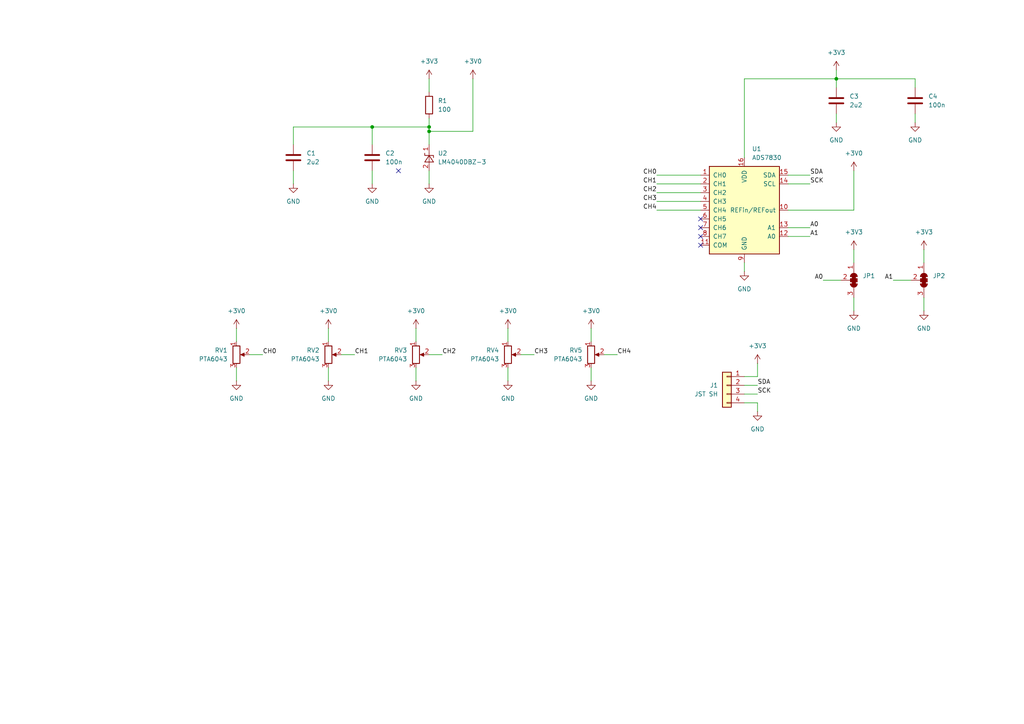
<source format=kicad_sch>
(kicad_sch (version 20231120) (generator "eeschema") (generator_version "8.0")
  (paper "A4")
  (lib_symbols
    (symbol "Analog_DAC:ADS7830" (pin_names (offset 1.016))
      (property "Reference" "U" (at -10.16 13.716 0))
      (property "Value" "ADS7830" (at 1.778 13.716 0))
      (symbol "ADS7830_0_1"
        (rectangle (start -10.16 12.7) (end 10.16 -12.7) (stroke (width 0.254)) (fill (type background)))
      )
      (symbol "ADS7830_1_1"
        (pin input line (at -12.7 10.16 0) (length 2.54) (name "CH0") (number "1"))
        (pin bidirectional line (at 12.7 0 180) (length 2.54) (name "REFin/REFout") (number "10"))
        (pin input line (at -12.7 -10.16 0) (length 2.54) (name "COM") (number "11"))
        (pin input line (at 12.7 -7.62 180) (length 2.54) (name "A0") (number "12"))
        (pin input line (at 12.7 -5.08 180) (length 2.54) (name "A1") (number "13"))
        (pin input line (at 12.7 7.62 180) (length 2.54) (name "SCL") (number "14"))
        (pin bidirectional line (at 12.7 10.16 180) (length 2.54) (name "SDA") (number "15"))
        (pin power_in line (at 0 15.24 270) (length 2.54) (name "VDD") (number "16"))
        (pin input line (at -12.7 7.62 0) (length 2.54) (name "CH1") (number "2"))
        (pin input line (at -12.7 5.08 0) (length 2.54) (name "CH2") (number "3"))
        (pin input line (at -12.7 2.54 0) (length 2.54) (name "CH3") (number "4"))
        (pin input line (at -12.7 0 0) (length 2.54) (name "CH4") (number "5"))
        (pin input line (at -12.7 -2.54 0) (length 2.54) (name "CH5") (number "6"))
        (pin input line (at -12.7 -5.08 0) (length 2.54) (name "CH6") (number "7"))
        (pin input line (at -12.7 -7.62 0) (length 2.54) (name "CH7") (number "8"))
        (pin power_in line (at 0 -15.24 90) (length 2.54) (name "GND") (number "9"))
      )
    )
    (symbol "Connector_Generic:Conn_01x04" (pin_names (offset 1.016) hide)
      (property "Reference" "J" (at 0 5.08 0))
      (property "Value" "Conn_01x04" (at 0 -7.62 0))
      (symbol "Conn_01x04_1_1"
        (rectangle (start -1.27 -4.953) (end 0 -5.207) (stroke (width 0.1524)))
        (rectangle (start -1.27 -2.413) (end 0 -2.667) (stroke (width 0.1524)))
        (rectangle (start -1.27 0.127) (end 0 -0.127) (stroke (width 0.1524)))
        (rectangle (start -1.27 2.667) (end 0 2.413) (stroke (width 0.1524)))
        (rectangle (start -1.27 3.81) (end 1.27 -6.35) (stroke (width 0.254)) (fill (type background)))
        (pin passive line (at -5.08 2.54 0) (length 3.81) (name "Pin_1") (number "1"))
        (pin passive line (at -5.08 0 0) (length 3.81) (name "Pin_2") (number "2"))
        (pin passive line (at -5.08 -2.54 0) (length 3.81) (name "Pin_3") (number "3"))
        (pin passive line (at -5.08 -5.08 0) (length 3.81) (name "Pin_4") (number "4"))
      )
    )
    (symbol "Device:C" (pin_numbers hide) (pin_names (offset 0.254))
      (property "Reference" "C" (at 0.635 2.54 0))
      (property "Value" "C" (at 0.635 -2.54 0))
      (symbol "C_0_1"
        (polyline (pts (xy -2.032 -0.762) (xy 2.032 -0.762)) (stroke (width 0.508)))
        (polyline (pts (xy -2.032 0.762) (xy 2.032 0.762)) (stroke (width 0.508)))
      )
      (symbol "C_1_1"
        (pin passive line (at 0 3.81 270) (length 2.794) (name "~") (number "1"))
        (pin passive line (at 0 -3.81 90) (length 2.794) (name "~") (number "2"))
      )
    )
    (symbol "Device:R" (pin_numbers hide) (pin_names (offset 0))
      (property "Reference" "R" (at 2.032 0 90))
      (property "Value" "R" (at 0 0 90))
      (symbol "R_0_1"
        (rectangle (start -1.016 -2.54) (end 1.016 2.54) (stroke (width 0.254)))
      )
      (symbol "R_1_1"
        (pin passive line (at 0 3.81 270) (length 1.27) (name "~") (number "1"))
        (pin passive line (at 0 -3.81 90) (length 1.27) (name "~") (number "2"))
      )
    )
    (symbol "Device:R_Potentiometer" (pin_names (offset 1.016) hide)
      (property "Reference" "RV" (at -4.445 0 90))
      (property "Value" "R_Potentiometer" (at -2.54 0 90))
      (symbol "R_Potentiometer_0_1"
        (polyline (pts (xy 2.54 0) (xy 1.524 0)))
        (polyline (pts (xy 1.143 0) (xy 2.286 0.508) (xy 2.286 -0.508) (xy 1.143 0)) (fill (type outline)))
        (rectangle (start 1.016 2.54) (end -1.016 -2.54) (stroke (width 0.254)))
      )
      (symbol "R_Potentiometer_1_1"
        (pin passive line (at 0 3.81 270) (length 1.27) (name "1") (number "1"))
        (pin passive line (at 3.81 0 180) (length 1.27) (name "2") (number "2"))
        (pin passive line (at 0 -3.81 90) (length 1.27) (name "3") (number "3"))
      )
    )
    (symbol "Jumper:SolderJumper_3_Bridged123" (pin_names (offset 0) hide)
      (property "Reference" "JP" (at -2.54 -2.54 0))
      (property "Value" "SolderJumper_3_Bridged123" (at 0 2.794 0))
      (symbol "SolderJumper_3_Bridged123_0_1"
        (rectangle (start -1.016 0.508) (end -0.508 -0.508) (fill (type outline)))
        (arc (start -1.016 1.016) (mid -2.0276 0) (end -1.016 -1.016))
        (arc (start -1.016 1.016) (mid -2.0276 0) (end -1.016 -1.016) (fill (type outline)))
        (rectangle (start -0.508 1.016) (end 0.508 -1.016) (fill (type outline)))
        (polyline (pts (xy -2.54 0) (xy -2.032 0)))
        (polyline (pts (xy -1.016 1.016) (xy -1.016 -1.016)))
        (polyline (pts (xy 0 -1.27) (xy 0 -1.016)))
        (polyline (pts (xy 1.016 1.016) (xy 1.016 -1.016)))
        (polyline (pts (xy 2.54 0) (xy 2.032 0)))
        (rectangle (start 0.508 0.508) (end 1.016 -0.508) (fill (type outline)))
        (arc (start 1.016 -1.016) (mid 2.0276 0) (end 1.016 1.016))
        (arc (start 1.016 -1.016) (mid 2.0276 0) (end 1.016 1.016) (fill (type outline)))
      )
      (symbol "SolderJumper_3_Bridged123_1_1"
        (pin passive line (at -5.08 0 0) (length 2.54) (name "A") (number "1"))
        (pin passive line (at 0 -3.81 90) (length 2.54) (name "C") (number "2"))
        (pin passive line (at 5.08 0 180) (length 2.54) (name "B") (number "3"))
      )
    )
    (symbol "Reference_Voltage:LM4040DBZ-3" (pin_names (offset 0.0254) hide)
      (property "Reference" "U" (at 0 2.54 0))
      (property "Value" "LM4040DBZ-3" (at 0 -3.175 0))
      (symbol "LM4040DBZ-3_0_1"
        (polyline (pts (xy -1.27 0) (xy 0 0) (xy 1.27 0)))
        (polyline (pts (xy -1.27 -1.27) (xy 0.635 0) (xy -1.27 1.27) (xy -1.27 -1.27)) (stroke (width 0.2032)))
        (polyline (pts (xy 0 -1.27) (xy 0.635 -1.27) (xy 0.635 1.27) (xy 1.27 1.27)) (stroke (width 0.2032)))
      )
      (symbol "LM4040DBZ-3_1_1"
        (pin passive line (at 3.81 0 180) (length 2.54) (name "K") (number "1"))
        (pin passive line (at -3.81 0 0) (length 2.54) (name "A") (number "2"))
        (pin no_connect line (at -1.27 0 0) (length 2.54) hide (name "NC") (number "3"))
      )
    )
    (symbol "power:+3V0" (power) (pin_numbers hide) (pin_names (offset 0) hide)
      (property "Value" "+3V0" (at 0 3.556 0))
      (symbol "+3V0_0_1"
        (polyline (pts (xy -0.762 1.27) (xy 0 2.54)))
        (polyline (pts (xy 0 0) (xy 0 2.54)))
        (polyline (pts (xy 0 2.54) (xy 0.762 1.27)))
      )
      (symbol "+3V0_1_1"
        (pin power_in line (at 0 0 90) (length 0) (name "~") (number "1"))
      )
    )
    (symbol "power:+3V3" (power) (pin_numbers hide) (pin_names (offset 0) hide)
      (property "Value" "+3V3" (at 0 3.556 0))
      (symbol "+3V3_0_1"
        (polyline (pts (xy -0.762 1.27) (xy 0 2.54)))
        (polyline (pts (xy 0 0) (xy 0 2.54)))
        (polyline (pts (xy 0 2.54) (xy 0.762 1.27)))
      )
      (symbol "+3V3_1_1"
        (pin power_in line (at 0 0 90) (length 0) (name "~") (number "1"))
      )
    )
    (symbol "power:GND" (power) (pin_numbers hide) (pin_names (offset 0) hide)
      (property "Value" "GND" (at 0 -3.81 0))
      (symbol "GND_0_1"
        (polyline (pts (xy 0 0) (xy 0 -1.27) (xy 1.27 -1.27) (xy 0 -2.54) (xy -1.27 -1.27) (xy 0 -1.27)))
      )
      (symbol "GND_1_1"
        (pin power_in line (at 0 0 270) (length 0) (name "~") (number "1"))
      )
    )
  )
  (junction (at 242.57 22.86))
  (junction (at 124.46 36.83))
  (junction (at 107.95 36.83))
  (junction (at 124.46 38.1))
  (no_connect (at 203.2 66.04))
  (no_connect (at 203.2 68.58))
  (no_connect (at 115.57 49.53))
  (no_connect (at 203.2 63.5))
  (no_connect (at 203.2 71.12))
  (wire (pts (xy 95.25 110.49) (xy 95.25 106.68)))
  (wire (pts (xy 247.65 60.96) (xy 247.65 49.53)))
  (wire (pts (xy 171.45 110.49) (xy 171.45 106.68)))
  (wire (pts (xy 151.13 102.87) (xy 154.94 102.87)))
  (wire (pts (xy 124.46 49.53) (xy 124.46 53.34)))
  (wire (pts (xy 242.57 20.32) (xy 242.57 22.86)))
  (wire (pts (xy 107.95 36.83) (xy 107.95 41.91)))
  (wire (pts (xy 68.58 95.25) (xy 68.58 99.06)))
  (wire (pts (xy 107.95 36.83) (xy 124.46 36.83)))
  (wire (pts (xy 124.46 102.87) (xy 128.27 102.87)))
  (wire (pts (xy 120.65 110.49) (xy 120.65 106.68)))
  (wire (pts (xy 124.46 22.86) (xy 124.46 26.67)))
  (wire (pts (xy 190.5 58.42) (xy 203.2 58.42)))
  (wire (pts (xy 228.6 53.34) (xy 234.95 53.34)))
  (wire (pts (xy 124.46 38.1) (xy 124.46 41.91)))
  (wire (pts (xy 228.6 68.58) (xy 234.95 68.58)))
  (wire (pts (xy 267.97 72.39) (xy 267.97 76.2)))
  (wire (pts (xy 259.08 81.28) (xy 264.16 81.28)))
  (wire (pts (xy 190.5 55.88) (xy 203.2 55.88)))
  (wire (pts (xy 85.09 36.83) (xy 107.95 36.83)))
  (wire (pts (xy 219.71 119.38) (xy 219.71 116.84)))
  (wire (pts (xy 215.9 76.2) (xy 215.9 78.74)))
  (wire (pts (xy 190.5 50.8) (xy 203.2 50.8)))
  (wire (pts (xy 124.46 36.83) (xy 124.46 34.29)))
  (wire (pts (xy 267.97 86.36) (xy 267.97 90.17)))
  (wire (pts (xy 107.95 49.53) (xy 107.95 53.34)))
  (wire (pts (xy 124.46 38.1) (xy 137.16 38.1)))
  (wire (pts (xy 85.09 41.91) (xy 85.09 36.83)))
  (wire (pts (xy 228.6 50.8) (xy 234.95 50.8)))
  (wire (pts (xy 72.39 102.87) (xy 76.2 102.87)))
  (wire (pts (xy 68.58 110.49) (xy 68.58 106.68)))
  (wire (pts (xy 95.25 95.25) (xy 95.25 99.06)))
  (wire (pts (xy 242.57 22.86) (xy 265.43 22.86)))
  (wire (pts (xy 247.65 86.36) (xy 247.65 90.17)))
  (wire (pts (xy 137.16 38.1) (xy 137.16 22.86)))
  (wire (pts (xy 265.43 22.86) (xy 265.43 25.4)))
  (wire (pts (xy 99.06 102.87) (xy 102.87 102.87)))
  (wire (pts (xy 238.76 81.28) (xy 243.84 81.28)))
  (wire (pts (xy 124.46 36.83) (xy 124.46 38.1)))
  (wire (pts (xy 215.9 45.72) (xy 215.9 22.86)))
  (wire (pts (xy 215.9 111.76) (xy 219.71 111.76)))
  (wire (pts (xy 228.6 66.04) (xy 234.95 66.04)))
  (wire (pts (xy 147.32 95.25) (xy 147.32 99.06)))
  (wire (pts (xy 120.65 95.25) (xy 120.65 99.06)))
  (wire (pts (xy 247.65 72.39) (xy 247.65 76.2)))
  (wire (pts (xy 175.26 102.87) (xy 179.07 102.87)))
  (wire (pts (xy 147.32 110.49) (xy 147.32 106.68)))
  (wire (pts (xy 85.09 49.53) (xy 85.09 53.34)))
  (wire (pts (xy 242.57 22.86) (xy 242.57 25.4)))
  (wire (pts (xy 228.6 60.96) (xy 247.65 60.96)))
  (wire (pts (xy 219.71 116.84) (xy 215.9 116.84)))
  (wire (pts (xy 242.57 33.02) (xy 242.57 35.56)))
  (wire (pts (xy 265.43 33.02) (xy 265.43 35.56)))
  (wire (pts (xy 190.5 53.34) (xy 203.2 53.34)))
  (wire (pts (xy 215.9 22.86) (xy 242.57 22.86)))
  (wire (pts (xy 215.9 114.3) (xy 219.71 114.3)))
  (wire (pts (xy 190.5 60.96) (xy 203.2 60.96)))
  (wire (pts (xy 219.71 109.22) (xy 219.71 105.41)))
  (wire (pts (xy 215.9 109.22) (xy 219.71 109.22)))
  (wire (pts (xy 171.45 95.25) (xy 171.45 99.06)))
  (label "CH2" (at 128.27 102.87 0))
  (label "CH1" (at 102.87 102.87 0))
  (label "A1" (at 259.08 81.28 180))
  (label "A0" (at 238.76 81.28 180))
  (label "SCK" (at 234.95 53.34 0))
  (label "SDA" (at 219.71 111.76 0))
  (label "CH3" (at 190.5 58.42 180))
  (label "CH3" (at 154.94 102.87 0))
  (label "CH0" (at 76.2 102.87 0))
  (label "CH4" (at 190.5 60.96 180))
  (label "CH4" (at 179.07 102.87 0))
  (label "SCK" (at 219.71 114.3 0))
  (label "A1" (at 234.95 68.58 0))
  (label "SDA" (at 234.95 50.8 0))
  (label "CH1" (at 190.5 53.34 180))
  (label "A0" (at 234.95 66.04 0))
  (label "CH0" (at 190.5 50.8 180))
  (label "CH2" (at 190.5 55.88 180))
  (symbol (lib_id "power:GND") (at 215.9 78.74 0) (unit 1)
    (property "Reference" "#PWR04" (effects (hide yes)))
    (property "Value" "GND" (at 215.9 83.82 0))
    (property "Description" "Power symbol creates a global label with name \"GND\" , ground" (effects (hide yes)))
  )
  (symbol (lib_id "power:GND") (at 147.32 110.49 0) (unit 1)
    (property "Reference" "#PWR018" (effects (hide yes)))
    (property "Value" "GND" (at 147.32 115.57 0))
    (property "Description" "Power symbol creates a global label with name \"GND\" , ground" (effects (hide yes)))
  )
  (symbol (lib_id "Device:C") (at 85.09 45.72 0) (unit 1)
    (property "Reference" "C1" (at 88.9 44.4499 0) (effects (justify left)))
    (property "Value" "2u2" (at 88.9 46.9899 0) (effects (justify left)))
    (property "Footprint" "Capacitor_SMD:C_0805_2012Metric" (effects (hide yes)))
    (property "Description" "Unpolarized capacitor" (effects (hide yes)))
  )
  (symbol (lib_id "power:+3V0") (at 68.58 95.25 0) (unit 1)
    (property "Reference" "#PWR011" (effects (hide yes)))
    (property "Value" "+3V0" (at 68.58 90.17 0))
    (property "Description" "Power symbol creates a global label with name \"+3V0\"" (effects (hide yes)))
  )
  (symbol (lib_id "Device:C") (at 242.57 29.21 0) (unit 1)
    (property "Reference" "C3" (at 246.38 27.9399 0) (effects (justify left)))
    (property "Value" "2u2" (at 246.38 30.4799 0) (effects (justify left)))
    (property "Footprint" "Capacitor_SMD:C_0805_2012Metric" (effects (hide yes)))
    (property "Description" "Unpolarized capacitor" (effects (hide yes)))
  )
  (symbol (lib_id "power:GND") (at 120.65 110.49 0) (unit 1)
    (property "Reference" "#PWR016" (effects (hide yes)))
    (property "Value" "GND" (at 120.65 115.57 0))
    (property "Description" "Power symbol creates a global label with name \"GND\" , ground" (effects (hide yes)))
  )
  (symbol (lib_id "power:GND") (at 107.95 53.34 0) (unit 1)
    (property "Reference" "#PWR07" (effects (hide yes)))
    (property "Value" "GND" (at 107.95 58.42 0))
    (property "Description" "Power symbol creates a global label with name \"GND\" , ground" (effects (hide yes)))
  )
  (symbol (lib_id "Device:R") (at 124.46 30.48 0) (unit 1)
    (property "Reference" "R1" (at 127 29.2099 0) (effects (justify left)))
    (property "Value" "100" (at 127 31.7499 0) (effects (justify left)))
    (property "Footprint" "Resistor_SMD:R_0603_1608Metric" (effects (hide yes)))
    (property "Description" "Resistor" (effects (hide yes)))
  )
  (symbol (lib_id "Device:R_Potentiometer") (at 120.65 102.87 0) (unit 1)
    (property "Reference" "RV3" (at 118.11 101.5999 0) (effects (justify right)))
    (property "Value" "PTA6043" (at 118.11 104.1399 0) (effects (justify right)))
    (property "Footprint" "woodpecker:Potentiometer_Bourns_PTA6043_Single_Slide" (effects (hide yes)))
    (property "Description" "Potentiometer" (effects (hide yes)))
    (property "MPN" "PTA6043-2010CIB103" (effects (hide yes)))
  )
  (symbol (lib_id "Device:R_Potentiometer") (at 147.32 102.87 0) (unit 1)
    (property "Reference" "RV4" (at 144.78 101.5999 0) (effects (justify right)))
    (property "Value" "PTA6043" (at 144.78 104.1399 0) (effects (justify right)))
    (property "Footprint" "woodpecker:Potentiometer_Bourns_PTA6043_Single_Slide" (effects (hide yes)))
    (property "Description" "Potentiometer" (effects (hide yes)))
    (property "MPN" "PTA6043-2010CIB103" (effects (hide yes)))
  )
  (symbol (lib_id "power:GND") (at 265.43 35.56 0) (unit 1)
    (property "Reference" "#PWR03" (effects (hide yes)))
    (property "Value" "GND" (at 265.43 40.64 0))
    (property "Description" "Power symbol creates a global label with name \"GND\" , ground" (effects (hide yes)))
  )
  (symbol (lib_id "power:GND") (at 95.25 110.49 0) (unit 1)
    (property "Reference" "#PWR014" (effects (hide yes)))
    (property "Value" "GND" (at 95.25 115.57 0))
    (property "Description" "Power symbol creates a global label with name \"GND\" , ground" (effects (hide yes)))
  )
  (symbol (lib_id "Device:R_Potentiometer") (at 95.25 102.87 0) (unit 1)
    (property "Reference" "RV2" (at 92.71 101.5999 0) (effects (justify right)))
    (property "Value" "PTA6043" (at 92.71 104.1399 0) (effects (justify right)))
    (property "Footprint" "woodpecker:Potentiometer_Bourns_PTA6043_Single_Slide" (effects (hide yes)))
    (property "Description" "Potentiometer" (effects (hide yes)))
    (property "MPN" "PTA6043-2010CIB103" (effects (hide yes)))
  )
  (symbol (lib_id "power:+3V3") (at 124.46 22.86 0) (unit 1)
    (property "Reference" "#PWR05" (effects (hide yes)))
    (property "Value" "+3V3" (at 124.46 17.78 0))
    (property "Description" "Power symbol creates a global label with name \"+3V3\"" (effects (hide yes)))
  )
  (symbol (lib_id "power:+3V3") (at 242.57 20.32 0) (unit 1)
    (property "Reference" "#PWR01" (effects (hide yes)))
    (property "Value" "+3V3" (at 242.57 15.24 0))
    (property "Description" "Power symbol creates a global label with name \"+3V3\"" (effects (hide yes)))
  )
  (symbol (lib_id "power:+3V3") (at 267.97 72.39 0) (unit 1)
    (property "Reference" "#PWR022" (effects (hide yes)))
    (property "Value" "+3V3" (at 267.97 67.31 0))
    (property "Description" "Power symbol creates a global label with name \"+3V3\"" (effects (hide yes)))
  )
  (symbol (lib_id "power:+3V0") (at 247.65 49.53 0) (unit 1)
    (property "Reference" "#PWR010" (effects (hide yes)))
    (property "Value" "+3V0" (at 247.65 44.45 0))
    (property "Description" "Power symbol creates a global label with name \"+3V0\"" (effects (hide yes)))
  )
  (symbol (lib_id "power:GND") (at 242.57 35.56 0) (unit 1)
    (property "Reference" "#PWR02" (effects (hide yes)))
    (property "Value" "GND" (at 242.57 40.64 0))
    (property "Description" "Power symbol creates a global label with name \"GND\" , ground" (effects (hide yes)))
  )
  (symbol (lib_id "power:GND") (at 68.58 110.49 0) (unit 1)
    (property "Reference" "#PWR012" (effects (hide yes)))
    (property "Value" "GND" (at 68.58 115.57 0))
    (property "Description" "Power symbol creates a global label with name \"GND\" , ground" (effects (hide yes)))
  )
  (symbol (lib_id "power:GND") (at 219.71 119.38 0) (mirror y) (unit 1)
    (property "Reference" "#PWR026" (effects (hide yes)))
    (property "Value" "GND" (at 219.71 124.46 0))
    (property "Description" "Power symbol creates a global label with name \"GND\" , ground" (effects (hide yes)))
  )
  (symbol (lib_id "Device:C") (at 107.95 45.72 0) (unit 1)
    (property "Reference" "C2" (at 111.76 44.4499 0) (effects (justify left)))
    (property "Value" "100n" (at 111.76 46.9899 0) (effects (justify left)))
    (property "Footprint" "Capacitor_SMD:C_0603_1608Metric" (effects (hide yes)))
    (property "Description" "Unpolarized capacitor" (effects (hide yes)))
  )
  (symbol (lib_id "power:GND") (at 171.45 110.49 0) (unit 1)
    (property "Reference" "#PWR020" (effects (hide yes)))
    (property "Value" "GND" (at 171.45 115.57 0))
    (property "Description" "Power symbol creates a global label with name \"GND\" , ground" (effects (hide yes)))
  )
  (symbol (lib_id "Device:C") (at 265.43 29.21 0) (unit 1)
    (property "Reference" "C4" (at 269.24 27.9399 0) (effects (justify left)))
    (property "Value" "100n" (at 269.24 30.4799 0) (effects (justify left)))
    (property "Footprint" "Capacitor_SMD:C_0603_1608Metric" (effects (hide yes)))
    (property "Description" "Unpolarized capacitor" (effects (hide yes)))
  )
  (symbol (lib_id "power:+3V3") (at 247.65 72.39 0) (unit 1)
    (property "Reference" "#PWR021" (effects (hide yes)))
    (property "Value" "+3V3" (at 247.65 67.31 0))
    (property "Description" "Power symbol creates a global label with name \"+3V3\"" (effects (hide yes)))
  )
  (symbol (lib_id "Jumper:SolderJumper_3_Bridged123") (at 267.97 81.28 270) (unit 1)
    (property "Reference" "JP2" (at 270.51 80.0099 90) (effects (justify left)))
    (property "Footprint" "Jumper:SolderJumper-3_P1.3mm_Open_RoundedPad1.0x1.5mm" (effects (hide yes)))
    (property "Description" "Solder Jumper, 3-pole, pins 1+2+3 closed/bridged" (effects (hide yes)))
  )
  (symbol (lib_id "power:+3V0") (at 147.32 95.25 0) (unit 1)
    (property "Reference" "#PWR017" (effects (hide yes)))
    (property "Value" "+3V0" (at 147.32 90.17 0))
    (property "Description" "Power symbol creates a global label with name \"+3V0\"" (effects (hide yes)))
  )
  (symbol (lib_id "power:+3V0") (at 137.16 22.86 0) (unit 1)
    (property "Reference" "#PWR09" (effects (hide yes)))
    (property "Value" "+3V0" (at 137.16 17.78 0))
    (property "Description" "Power symbol creates a global label with name \"+3V0\"" (effects (hide yes)))
  )
  (symbol (lib_id "power:+3V0") (at 120.65 95.25 0) (unit 1)
    (property "Reference" "#PWR015" (effects (hide yes)))
    (property "Value" "+3V0" (at 120.65 90.17 0))
    (property "Description" "Power symbol creates a global label with name \"+3V0\"" (effects (hide yes)))
  )
  (symbol (lib_id "power:GND") (at 267.97 90.17 0) (unit 1)
    (property "Reference" "#PWR024" (effects (hide yes)))
    (property "Value" "GND" (at 267.97 95.25 0))
    (property "Description" "Power symbol creates a global label with name \"GND\" , ground" (effects (hide yes)))
  )
  (symbol (lib_id "Device:R_Potentiometer") (at 171.45 102.87 0) (unit 1)
    (property "Reference" "RV5" (at 168.91 101.5999 0) (effects (justify right)))
    (property "Value" "PTA6043" (at 168.91 104.1399 0) (effects (justify right)))
    (property "Footprint" "woodpecker:Potentiometer_Bourns_PTA6043_Single_Slide" (effects (hide yes)))
    (property "Description" "Potentiometer" (effects (hide yes)))
    (property "MPN" "PTA6043-2010CIB103" (effects (hide yes)))
  )
  (symbol (lib_id "power:+3V0") (at 171.45 95.25 0) (unit 1)
    (property "Reference" "#PWR019" (effects (hide yes)))
    (property "Value" "+3V0" (at 171.45 90.17 0))
    (property "Description" "Power symbol creates a global label with name \"+3V0\"" (effects (hide yes)))
  )
  (symbol (lib_id "Connector_Generic:Conn_01x04") (at 210.82 111.76 0) (mirror y) (unit 1)
    (property "Reference" "J1" (at 208.28 111.7599 0) (effects (justify left)))
    (property "Value" "JST SH" (at 208.28 114.2999 0) (effects (justify left)))
    (property "Footprint" "Connector_JST:JST_SH_BM04B-SRSS-TB_1x04-1MP_P1.00mm_Vertical" (effects (hide yes)))
    (property "Description" "Generic connector, single row, 01x04, script generated (kicad-library-utils/schlib/autogen/connector/)" (effects (hide yes)))
  )
  (symbol (lib_id "power:GND") (at 247.65 90.17 0) (unit 1)
    (property "Reference" "#PWR023" (effects (hide yes)))
    (property "Value" "GND" (at 247.65 95.25 0))
    (property "Description" "Power symbol creates a global label with name \"GND\" , ground" (effects (hide yes)))
  )
  (symbol (lib_id "Reference_Voltage:LM4040DBZ-3") (at 124.46 45.72 90) (unit 1)
    (property "Reference" "U2" (at 127 44.4499 90) (effects (justify right)))
    (property "Value" "LM4040DBZ-3" (at 127 46.9899 90) (effects (justify right)))
    (property "Footprint" "Package_TO_SOT_SMD:SOT-23" (effects (hide yes)))
    (property "Datasheet" "http://www.ti.com/lit/ds/symlink/lm4040-n.pdf" (effects (hide yes)))
    (property "Description" "3.000V Precision Micropower Shunt Voltage Reference, SOT-23" (effects (hide yes)))
  )
  (symbol (lib_id "power:GND") (at 124.46 53.34 0) (unit 1)
    (property "Reference" "#PWR08" (effects (hide yes)))
    (property "Value" "GND" (at 124.46 58.42 0))
    (property "Description" "Power symbol creates a global label with name \"GND\" , ground" (effects (hide yes)))
  )
  (symbol (lib_id "Device:R_Potentiometer") (at 68.58 102.87 0) (unit 1)
    (property "Reference" "RV1" (at 66.04 101.5999 0) (effects (justify right)))
    (property "Value" "PTA6043" (at 66.04 104.1399 0) (effects (justify right)))
    (property "Footprint" "woodpecker:Potentiometer_Bourns_PTA6043_Single_Slide" (effects (hide yes)))
    (property "Description" "Potentiometer" (effects (hide yes)))
    (property "MPN" "PTA6043-2010CIB103" (effects (hide yes)))
  )
  (symbol (lib_id "Analog_DAC:ADS7830") (at 215.9 60.96 0) (unit 1)
    (property "Reference" "U1" (at 218.0941 43.18 0) (effects (justify left)))
    (property "Value" "ADS7830" (at 218.0941 45.72 0) (effects (justify left)))
    (property "Footprint" "Package_SO:TSSOP-16_4.4x5mm_P0.65mm" (effects (hide yes)))
    (property "Datasheet" "http://www.ti.com/lit/ds/symlink/ads7830.pdf" (effects (hide yes)))
    (property "Description" "Single-supply, 8bit, 8 ch, SAR, 70kHz SR, 2.7 - 5 VDD, I2C, TSSOP-16" (effects (hide yes)))
  )
  (symbol (lib_id "power:+3V3") (at 219.71 105.41 0) (unit 1)
    (property "Reference" "#PWR025" (effects (hide yes)))
    (property "Value" "+3V3" (at 219.71 100.33 0))
    (property "Description" "Power symbol creates a global label with name \"+3V3\"" (effects (hide yes)))
  )
  (symbol (lib_id "power:GND") (at 85.09 53.34 0) (unit 1)
    (property "Reference" "#PWR06" (effects (hide yes)))
    (property "Value" "GND" (at 85.09 58.42 0))
    (property "Description" "Power symbol creates a global label with name \"GND\" , ground" (effects (hide yes)))
  )
  (symbol (lib_id "power:+3V0") (at 95.25 95.25 0) (unit 1)
    (property "Reference" "#PWR013" (effects (hide yes)))
    (property "Value" "+3V0" (at 95.25 90.17 0))
    (property "Description" "Power symbol creates a global label with name \"+3V0\"" (effects (hide yes)))
  )
  (symbol (lib_id "Jumper:SolderJumper_3_Bridged123") (at 247.65 81.28 270) (unit 1)
    (property "Reference" "JP1" (at 250.19 80.0099 90) (effects (justify left)))
    (property "Footprint" "Jumper:SolderJumper-3_P1.3mm_Open_RoundedPad1.0x1.5mm" (effects (hide yes)))
    (property "Description" "Solder Jumper, 3-pole, pins 1+2+3 closed/bridged" (effects (hide yes)))
  )
)
</source>
